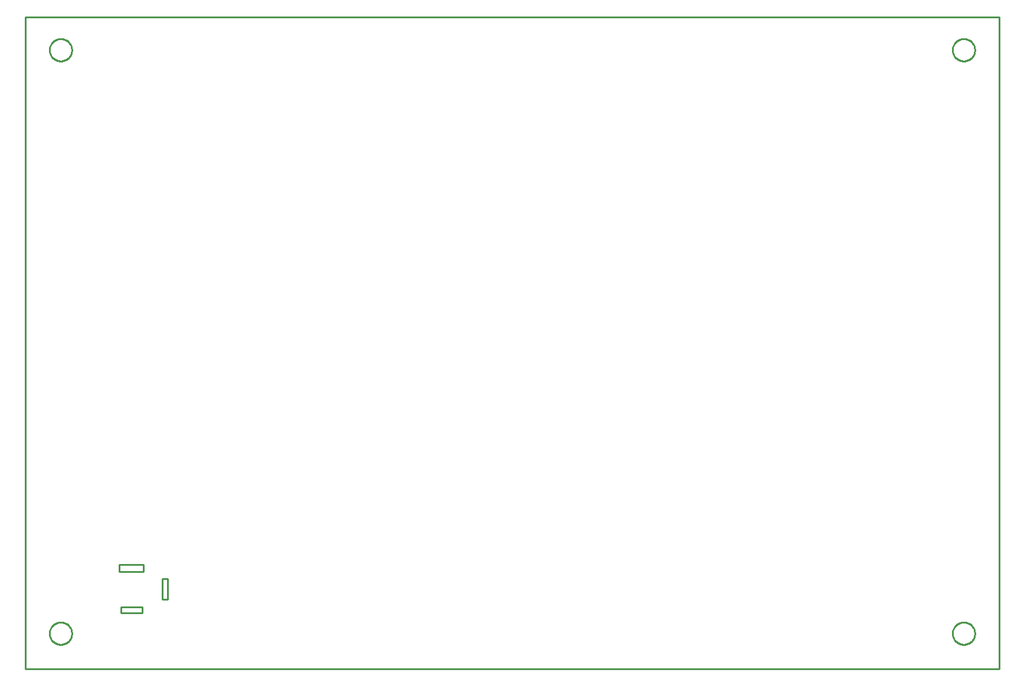
<source format=gbr>
G04 EAGLE Gerber RS-274X export*
G75*
%MOMM*%
%FSLAX34Y34*%
%LPD*%
%IN*%
%IPPOS*%
%AMOC8*
5,1,8,0,0,1.08239X$1,22.5*%
G01*
%ADD10C,0.254000*%


D10*
X-25400Y-38100D02*
X1371400Y-38100D01*
X1371400Y898400D01*
X-25400Y898400D01*
X-25400Y-38100D01*
X171000Y61200D02*
X179000Y61200D01*
X179000Y91200D01*
X171000Y91200D01*
X171000Y61200D01*
X109500Y101200D02*
X144500Y101200D01*
X144500Y111200D01*
X109500Y111200D01*
X109500Y101200D01*
X112000Y42200D02*
X142000Y42200D01*
X142000Y50200D01*
X112000Y50200D01*
X112000Y42200D01*
X41400Y850376D02*
X41332Y849331D01*
X41195Y848292D01*
X40990Y847265D01*
X40719Y846253D01*
X40383Y845261D01*
X39982Y844293D01*
X39518Y843354D01*
X38995Y842446D01*
X38413Y841575D01*
X37775Y840744D01*
X37084Y839957D01*
X36343Y839216D01*
X35556Y838525D01*
X34725Y837888D01*
X33854Y837306D01*
X32946Y836782D01*
X32007Y836318D01*
X31039Y835917D01*
X30047Y835581D01*
X29035Y835310D01*
X28008Y835105D01*
X26969Y834969D01*
X25924Y834900D01*
X24876Y834900D01*
X23831Y834969D01*
X22792Y835105D01*
X21765Y835310D01*
X20753Y835581D01*
X19761Y835917D01*
X18793Y836318D01*
X17854Y836782D01*
X16946Y837306D01*
X16075Y837888D01*
X15244Y838525D01*
X14457Y839216D01*
X13716Y839957D01*
X13025Y840744D01*
X12388Y841575D01*
X11806Y842446D01*
X11282Y843354D01*
X10818Y844293D01*
X10417Y845261D01*
X10081Y846253D01*
X9810Y847265D01*
X9605Y848292D01*
X9469Y849331D01*
X9400Y850376D01*
X9400Y851424D01*
X9469Y852469D01*
X9605Y853508D01*
X9810Y854535D01*
X10081Y855547D01*
X10417Y856539D01*
X10818Y857507D01*
X11282Y858446D01*
X11806Y859354D01*
X12388Y860225D01*
X13025Y861056D01*
X13716Y861843D01*
X14457Y862584D01*
X15244Y863275D01*
X16075Y863913D01*
X16946Y864495D01*
X17854Y865018D01*
X18793Y865482D01*
X19761Y865883D01*
X20753Y866219D01*
X21765Y866490D01*
X22792Y866695D01*
X23831Y866832D01*
X24876Y866900D01*
X25924Y866900D01*
X26969Y866832D01*
X28008Y866695D01*
X29035Y866490D01*
X30047Y866219D01*
X31039Y865883D01*
X32007Y865482D01*
X32946Y865018D01*
X33854Y864495D01*
X34725Y863913D01*
X35556Y863275D01*
X36343Y862584D01*
X37084Y861843D01*
X37775Y861056D01*
X38413Y860225D01*
X38995Y859354D01*
X39518Y858446D01*
X39982Y857507D01*
X40383Y856539D01*
X40719Y855547D01*
X40990Y854535D01*
X41195Y853508D01*
X41332Y852469D01*
X41400Y851424D01*
X41400Y850376D01*
X1336800Y850376D02*
X1336732Y849331D01*
X1336595Y848292D01*
X1336390Y847265D01*
X1336119Y846253D01*
X1335783Y845261D01*
X1335382Y844293D01*
X1334918Y843354D01*
X1334395Y842446D01*
X1333813Y841575D01*
X1333175Y840744D01*
X1332484Y839957D01*
X1331743Y839216D01*
X1330956Y838525D01*
X1330125Y837888D01*
X1329254Y837306D01*
X1328346Y836782D01*
X1327407Y836318D01*
X1326439Y835917D01*
X1325447Y835581D01*
X1324435Y835310D01*
X1323408Y835105D01*
X1322369Y834969D01*
X1321324Y834900D01*
X1320276Y834900D01*
X1319231Y834969D01*
X1318192Y835105D01*
X1317165Y835310D01*
X1316153Y835581D01*
X1315161Y835917D01*
X1314193Y836318D01*
X1313254Y836782D01*
X1312346Y837306D01*
X1311475Y837888D01*
X1310644Y838525D01*
X1309857Y839216D01*
X1309116Y839957D01*
X1308425Y840744D01*
X1307788Y841575D01*
X1307206Y842446D01*
X1306682Y843354D01*
X1306218Y844293D01*
X1305817Y845261D01*
X1305481Y846253D01*
X1305210Y847265D01*
X1305005Y848292D01*
X1304869Y849331D01*
X1304800Y850376D01*
X1304800Y851424D01*
X1304869Y852469D01*
X1305005Y853508D01*
X1305210Y854535D01*
X1305481Y855547D01*
X1305817Y856539D01*
X1306218Y857507D01*
X1306682Y858446D01*
X1307206Y859354D01*
X1307788Y860225D01*
X1308425Y861056D01*
X1309116Y861843D01*
X1309857Y862584D01*
X1310644Y863275D01*
X1311475Y863913D01*
X1312346Y864495D01*
X1313254Y865018D01*
X1314193Y865482D01*
X1315161Y865883D01*
X1316153Y866219D01*
X1317165Y866490D01*
X1318192Y866695D01*
X1319231Y866832D01*
X1320276Y866900D01*
X1321324Y866900D01*
X1322369Y866832D01*
X1323408Y866695D01*
X1324435Y866490D01*
X1325447Y866219D01*
X1326439Y865883D01*
X1327407Y865482D01*
X1328346Y865018D01*
X1329254Y864495D01*
X1330125Y863913D01*
X1330956Y863275D01*
X1331743Y862584D01*
X1332484Y861843D01*
X1333175Y861056D01*
X1333813Y860225D01*
X1334395Y859354D01*
X1334918Y858446D01*
X1335382Y857507D01*
X1335783Y856539D01*
X1336119Y855547D01*
X1336390Y854535D01*
X1336595Y853508D01*
X1336732Y852469D01*
X1336800Y851424D01*
X1336800Y850376D01*
X1336800Y12176D02*
X1336732Y11131D01*
X1336595Y10092D01*
X1336390Y9065D01*
X1336119Y8053D01*
X1335783Y7061D01*
X1335382Y6093D01*
X1334918Y5154D01*
X1334395Y4246D01*
X1333813Y3375D01*
X1333175Y2544D01*
X1332484Y1757D01*
X1331743Y1016D01*
X1330956Y325D01*
X1330125Y-313D01*
X1329254Y-895D01*
X1328346Y-1418D01*
X1327407Y-1882D01*
X1326439Y-2283D01*
X1325447Y-2619D01*
X1324435Y-2890D01*
X1323408Y-3095D01*
X1322369Y-3232D01*
X1321324Y-3300D01*
X1320276Y-3300D01*
X1319231Y-3232D01*
X1318192Y-3095D01*
X1317165Y-2890D01*
X1316153Y-2619D01*
X1315161Y-2283D01*
X1314193Y-1882D01*
X1313254Y-1418D01*
X1312346Y-895D01*
X1311475Y-313D01*
X1310644Y325D01*
X1309857Y1016D01*
X1309116Y1757D01*
X1308425Y2544D01*
X1307788Y3375D01*
X1307206Y4246D01*
X1306682Y5154D01*
X1306218Y6093D01*
X1305817Y7061D01*
X1305481Y8053D01*
X1305210Y9065D01*
X1305005Y10092D01*
X1304869Y11131D01*
X1304800Y12176D01*
X1304800Y13224D01*
X1304869Y14269D01*
X1305005Y15308D01*
X1305210Y16335D01*
X1305481Y17347D01*
X1305817Y18339D01*
X1306218Y19307D01*
X1306682Y20246D01*
X1307206Y21154D01*
X1307788Y22025D01*
X1308425Y22856D01*
X1309116Y23643D01*
X1309857Y24384D01*
X1310644Y25075D01*
X1311475Y25713D01*
X1312346Y26295D01*
X1313254Y26818D01*
X1314193Y27282D01*
X1315161Y27683D01*
X1316153Y28019D01*
X1317165Y28290D01*
X1318192Y28495D01*
X1319231Y28632D01*
X1320276Y28700D01*
X1321324Y28700D01*
X1322369Y28632D01*
X1323408Y28495D01*
X1324435Y28290D01*
X1325447Y28019D01*
X1326439Y27683D01*
X1327407Y27282D01*
X1328346Y26818D01*
X1329254Y26295D01*
X1330125Y25713D01*
X1330956Y25075D01*
X1331743Y24384D01*
X1332484Y23643D01*
X1333175Y22856D01*
X1333813Y22025D01*
X1334395Y21154D01*
X1334918Y20246D01*
X1335382Y19307D01*
X1335783Y18339D01*
X1336119Y17347D01*
X1336390Y16335D01*
X1336595Y15308D01*
X1336732Y14269D01*
X1336800Y13224D01*
X1336800Y12176D01*
X41400Y12176D02*
X41332Y11131D01*
X41195Y10092D01*
X40990Y9065D01*
X40719Y8053D01*
X40383Y7061D01*
X39982Y6093D01*
X39518Y5154D01*
X38995Y4246D01*
X38413Y3375D01*
X37775Y2544D01*
X37084Y1757D01*
X36343Y1016D01*
X35556Y325D01*
X34725Y-313D01*
X33854Y-895D01*
X32946Y-1418D01*
X32007Y-1882D01*
X31039Y-2283D01*
X30047Y-2619D01*
X29035Y-2890D01*
X28008Y-3095D01*
X26969Y-3232D01*
X25924Y-3300D01*
X24876Y-3300D01*
X23831Y-3232D01*
X22792Y-3095D01*
X21765Y-2890D01*
X20753Y-2619D01*
X19761Y-2283D01*
X18793Y-1882D01*
X17854Y-1418D01*
X16946Y-895D01*
X16075Y-313D01*
X15244Y325D01*
X14457Y1016D01*
X13716Y1757D01*
X13025Y2544D01*
X12388Y3375D01*
X11806Y4246D01*
X11282Y5154D01*
X10818Y6093D01*
X10417Y7061D01*
X10081Y8053D01*
X9810Y9065D01*
X9605Y10092D01*
X9469Y11131D01*
X9400Y12176D01*
X9400Y13224D01*
X9469Y14269D01*
X9605Y15308D01*
X9810Y16335D01*
X10081Y17347D01*
X10417Y18339D01*
X10818Y19307D01*
X11282Y20246D01*
X11806Y21154D01*
X12388Y22025D01*
X13025Y22856D01*
X13716Y23643D01*
X14457Y24384D01*
X15244Y25075D01*
X16075Y25713D01*
X16946Y26295D01*
X17854Y26818D01*
X18793Y27282D01*
X19761Y27683D01*
X20753Y28019D01*
X21765Y28290D01*
X22792Y28495D01*
X23831Y28632D01*
X24876Y28700D01*
X25924Y28700D01*
X26969Y28632D01*
X28008Y28495D01*
X29035Y28290D01*
X30047Y28019D01*
X31039Y27683D01*
X32007Y27282D01*
X32946Y26818D01*
X33854Y26295D01*
X34725Y25713D01*
X35556Y25075D01*
X36343Y24384D01*
X37084Y23643D01*
X37775Y22856D01*
X38413Y22025D01*
X38995Y21154D01*
X39518Y20246D01*
X39982Y19307D01*
X40383Y18339D01*
X40719Y17347D01*
X40990Y16335D01*
X41195Y15308D01*
X41332Y14269D01*
X41400Y13224D01*
X41400Y12176D01*
M02*

</source>
